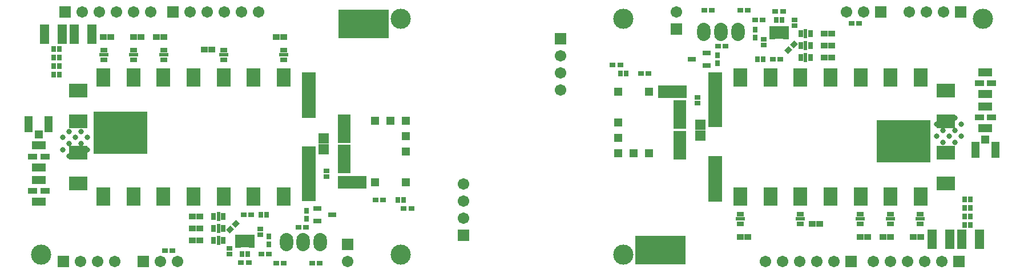
<source format=gbs>
G04*
G04 #@! TF.GenerationSoftware,Altium Limited,Altium Designer,22.3.1 (43)*
G04*
G04 Layer_Color=16711935*
%FSLAX25Y25*%
%MOIN*%
G70*
G04*
G04 #@! TF.SameCoordinates,9666C8D3-C488-416E-8FBA-698088E7738B*
G04*
G04*
G04 #@! TF.FilePolarity,Negative*
G04*
G01*
G75*
%ADD63R,0.31456X0.24621*%
%ADD78R,0.29500X0.16500*%
%ADD80R,0.03950X0.03556*%
%ADD81R,0.03753X0.03162*%
%ADD83R,0.03162X0.03320*%
%ADD85R,0.03320X0.03162*%
%ADD93R,0.03162X0.03753*%
%ADD97R,0.04776X0.04776*%
%ADD98R,0.07769X0.16824*%
%ADD99R,0.16824X0.07769*%
%ADD104C,0.11811*%
%ADD110R,0.06312X0.05918*%
%ADD111R,0.05761X0.11509*%
%ADD113R,0.03950X0.02965*%
%ADD114R,0.05524X0.01981*%
%ADD115R,0.03950X0.03556*%
%ADD117O,0.07690X0.10642*%
%ADD118C,0.06706*%
%ADD119R,0.06706X0.06706*%
%ADD120C,0.03162*%
%ADD121R,0.06706X0.06706*%
G04:AMPARAMS|DCode=122|XSize=31.62mil|YSize=37.53mil|CornerRadius=0mil|HoleSize=0mil|Usage=FLASHONLY|Rotation=135.000|XOffset=0mil|YOffset=0mil|HoleType=Round|Shape=Rectangle|*
%AMROTATEDRECTD122*
4,1,4,0.02445,0.00209,-0.00209,-0.02445,-0.02445,-0.00209,0.00209,0.02445,0.02445,0.00209,0.0*
%
%ADD122ROTATEDRECTD122*%

%ADD123R,0.07887X0.32296*%
%ADD124R,0.07887X0.26784*%
%ADD125R,0.08202X0.10524*%
%ADD126R,0.10524X0.08202*%
%ADD127R,0.04737X0.04934*%
%ADD128R,0.04934X0.09461*%
%ADD129R,0.05702X0.03202*%
%ADD130R,0.07887X0.04895*%
%ADD131R,0.02965X0.03950*%
%ADD132R,0.01981X0.05524*%
%ADD133R,0.04934X0.03162*%
%ADD134R,0.04737X0.07493*%
%ADD135R,0.03556X0.01981*%
%ADD136R,0.06312X0.05918*%
D63*
X716528Y276305D02*
D03*
X259472Y281195D02*
D03*
D78*
X574738Y212508D02*
D03*
X401262Y344992D02*
D03*
D80*
X722323Y220258D02*
D03*
X726654D02*
D03*
X625654D02*
D03*
X621323D02*
D03*
X667819Y227758D02*
D03*
X663488D02*
D03*
X704823Y220258D02*
D03*
X709154D02*
D03*
X695654D02*
D03*
X691323D02*
D03*
X674654Y339258D02*
D03*
X670323D02*
D03*
X674654Y325258D02*
D03*
X670323D02*
D03*
X674654Y332258D02*
D03*
X670323D02*
D03*
X253677Y337242D02*
D03*
X249346D02*
D03*
X271177D02*
D03*
X266846D02*
D03*
D81*
X644752Y324258D02*
D03*
X640225D02*
D03*
X612752Y331758D02*
D03*
X608224D02*
D03*
X641724Y352258D02*
D03*
X646252D02*
D03*
X604752Y352758D02*
D03*
X600224D02*
D03*
X621224D02*
D03*
X625752D02*
D03*
X629961Y347258D02*
D03*
X634488D02*
D03*
X563225Y315758D02*
D03*
X567752D02*
D03*
X546725Y320758D02*
D03*
X551252D02*
D03*
X690752Y345258D02*
D03*
X686225D02*
D03*
X331248Y233242D02*
D03*
X335775D02*
D03*
X363248Y225742D02*
D03*
X367776D02*
D03*
X334276Y205242D02*
D03*
X329748D02*
D03*
X371248Y204742D02*
D03*
X375776D02*
D03*
X354776D02*
D03*
X350248D02*
D03*
X346039Y210242D02*
D03*
X341512D02*
D03*
X412776Y241742D02*
D03*
X408248D02*
D03*
X429276Y236742D02*
D03*
X424748D02*
D03*
X285248Y212242D02*
D03*
X289775D02*
D03*
D83*
X631256Y324258D02*
D03*
X634721D02*
D03*
X752256Y242258D02*
D03*
X755721D02*
D03*
X752306Y227304D02*
D03*
X755771D02*
D03*
X752306Y232304D02*
D03*
X755771D02*
D03*
X752256Y237258D02*
D03*
X755721D02*
D03*
X554721Y315758D02*
D03*
X551256D02*
D03*
X645721Y347258D02*
D03*
X642256D02*
D03*
X344744Y233242D02*
D03*
X341279D02*
D03*
X223744Y315242D02*
D03*
X220279D02*
D03*
X223694Y330196D02*
D03*
X220229D02*
D03*
X223694Y325196D02*
D03*
X220229D02*
D03*
X223744Y320242D02*
D03*
X220279D02*
D03*
X421279Y241742D02*
D03*
X424744D02*
D03*
X330279Y210242D02*
D03*
X333744D02*
D03*
D85*
X596488Y298526D02*
D03*
Y301991D02*
D03*
X634988Y335991D02*
D03*
Y332526D02*
D03*
X652988Y343794D02*
D03*
Y347258D02*
D03*
X379512Y258974D02*
D03*
Y255509D02*
D03*
X341012Y221509D02*
D03*
Y224974D02*
D03*
X323012Y213706D02*
D03*
Y210242D02*
D03*
D93*
X607988Y321995D02*
D03*
Y326522D02*
D03*
X629988Y341522D02*
D03*
Y336995D02*
D03*
X368012Y235505D02*
D03*
Y230978D02*
D03*
X346012Y215978D02*
D03*
Y220505D02*
D03*
D97*
X558980Y269239D02*
D03*
X549965D02*
D03*
Y278254D02*
D03*
Y287270D02*
D03*
Y305262D02*
D03*
X567996D02*
D03*
Y269239D02*
D03*
X417020Y288261D02*
D03*
X426035D02*
D03*
Y279246D02*
D03*
Y270230D02*
D03*
Y252238D02*
D03*
X408004D02*
D03*
Y288261D02*
D03*
D98*
X585988Y291758D02*
D03*
Y273766D02*
D03*
X390012Y265742D02*
D03*
Y283734D02*
D03*
D99*
X581500Y305262D02*
D03*
X394500Y252238D02*
D03*
D104*
X552988Y347758D02*
D03*
Y209758D02*
D03*
X762988Y347758D02*
D03*
X423012Y209742D02*
D03*
Y347742D02*
D03*
X213012Y209742D02*
D03*
D110*
X597988Y279609D02*
D03*
Y285908D02*
D03*
D111*
X750645Y218748D02*
D03*
X761118D02*
D03*
X743724Y218758D02*
D03*
X733252D02*
D03*
X225355Y338752D02*
D03*
X214882D02*
D03*
X232276Y338742D02*
D03*
X242748D02*
D03*
D113*
X621488Y227904D02*
D03*
Y233613D02*
D03*
X656488Y227904D02*
D03*
Y233613D02*
D03*
X726488Y227904D02*
D03*
Y233613D02*
D03*
X708988Y227904D02*
D03*
Y233613D02*
D03*
X691488Y227904D02*
D03*
Y233613D02*
D03*
X354512Y329596D02*
D03*
Y323887D02*
D03*
X319512Y329596D02*
D03*
Y323887D02*
D03*
X249512Y329596D02*
D03*
Y323887D02*
D03*
X267012Y329596D02*
D03*
Y323887D02*
D03*
X284512Y329596D02*
D03*
Y323887D02*
D03*
D114*
X621488Y230758D02*
D03*
X656488D02*
D03*
X726488D02*
D03*
X708988D02*
D03*
X691488D02*
D03*
X354512Y326742D02*
D03*
X319512D02*
D03*
X249512D02*
D03*
X267012D02*
D03*
X284512D02*
D03*
D115*
X350346Y337242D02*
D03*
X354677D02*
D03*
X308181Y329742D02*
D03*
X312512D02*
D03*
X280346Y337242D02*
D03*
X284677D02*
D03*
X301346Y218242D02*
D03*
X305677D02*
D03*
X301346Y232242D02*
D03*
X305677D02*
D03*
X301346Y225242D02*
D03*
X305677D02*
D03*
D117*
X619831Y340258D02*
D03*
X600146D02*
D03*
X609988D02*
D03*
X356169Y217242D02*
D03*
X375854D02*
D03*
X366012D02*
D03*
D118*
X698988Y205758D02*
D03*
X708988D02*
D03*
X718988D02*
D03*
X728988D02*
D03*
X738988D02*
D03*
X635988D02*
D03*
X645988D02*
D03*
X655988D02*
D03*
X665988D02*
D03*
X675988D02*
D03*
X739988Y351758D02*
D03*
X729988D02*
D03*
X719988D02*
D03*
X683488D02*
D03*
X693488D02*
D03*
X516488Y306258D02*
D03*
Y316258D02*
D03*
Y326258D02*
D03*
X583988Y351758D02*
D03*
X277012Y351742D02*
D03*
X267012D02*
D03*
X257012D02*
D03*
X247012D02*
D03*
X237012D02*
D03*
X340012D02*
D03*
X330012D02*
D03*
X320012D02*
D03*
X310012D02*
D03*
X300012D02*
D03*
X236012Y205742D02*
D03*
X246012D02*
D03*
X256012D02*
D03*
X292512D02*
D03*
X282512D02*
D03*
X459512Y251242D02*
D03*
Y241242D02*
D03*
Y231242D02*
D03*
X392012Y205742D02*
D03*
D119*
X748988Y205758D02*
D03*
X685988D02*
D03*
X749988Y351758D02*
D03*
X703488D02*
D03*
X227012Y351742D02*
D03*
X290012D02*
D03*
X226012Y205742D02*
D03*
X272512D02*
D03*
D120*
X750394Y286308D02*
D03*
Y279083D02*
D03*
X746782Y289920D02*
D03*
Y282695D02*
D03*
Y275471D02*
D03*
X743169Y286308D02*
D03*
Y279083D02*
D03*
X739557Y289920D02*
D03*
Y282695D02*
D03*
Y275471D02*
D03*
X735945Y286308D02*
D03*
Y279083D02*
D03*
X225606Y271193D02*
D03*
Y278417D02*
D03*
X229218Y267580D02*
D03*
Y274805D02*
D03*
Y282029D02*
D03*
X232831Y271193D02*
D03*
Y278417D02*
D03*
X236443Y267580D02*
D03*
Y274805D02*
D03*
Y282029D02*
D03*
X240055Y271193D02*
D03*
Y278417D02*
D03*
D121*
X516488Y336258D02*
D03*
X583988Y341758D02*
D03*
X459512Y221242D02*
D03*
X392012Y215742D02*
D03*
D122*
X652589Y332859D02*
D03*
X649388Y329658D02*
D03*
X323411Y224641D02*
D03*
X326612Y227842D02*
D03*
D123*
X606567Y300412D02*
D03*
X369433Y257088D02*
D03*
D124*
X606567Y254349D02*
D03*
X369433Y303151D02*
D03*
D125*
X621429Y313502D02*
D03*
X638949D02*
D03*
X656469D02*
D03*
X673988D02*
D03*
X691508D02*
D03*
X709028D02*
D03*
X726547D02*
D03*
Y244014D02*
D03*
X709028D02*
D03*
X691508D02*
D03*
X673988D02*
D03*
X656469D02*
D03*
X638949D02*
D03*
X621429D02*
D03*
X354571Y243998D02*
D03*
X337051D02*
D03*
X319531D02*
D03*
X302012D02*
D03*
X284492D02*
D03*
X266972D02*
D03*
X249453D02*
D03*
Y313486D02*
D03*
X266972D02*
D03*
X284492D02*
D03*
X302012D02*
D03*
X319531D02*
D03*
X337051D02*
D03*
X354571D02*
D03*
D126*
X741409Y305924D02*
D03*
Y287813D02*
D03*
Y269703D02*
D03*
Y251593D02*
D03*
X234591Y251576D02*
D03*
Y269687D02*
D03*
Y287797D02*
D03*
Y305907D02*
D03*
D127*
X764488Y277258D02*
D03*
X211512Y280242D02*
D03*
D128*
X758681Y271254D02*
D03*
X770295D02*
D03*
X217319Y286246D02*
D03*
X205705D02*
D03*
D129*
X760835Y290156D02*
D03*
X768138D02*
D03*
X760835Y310258D02*
D03*
X768138D02*
D03*
X215165Y267344D02*
D03*
X207862D02*
D03*
X215165Y247242D02*
D03*
X207862D02*
D03*
D130*
X764488Y283758D02*
D03*
Y296554D02*
D03*
Y303861D02*
D03*
Y316656D02*
D03*
X211512Y273742D02*
D03*
Y260946D02*
D03*
Y253639D02*
D03*
Y240844D02*
D03*
D131*
X662343Y339258D02*
D03*
X656634D02*
D03*
X662343Y325258D02*
D03*
X656634D02*
D03*
X662343Y332258D02*
D03*
X656634D02*
D03*
X313657Y218242D02*
D03*
X319366D02*
D03*
X313657Y232242D02*
D03*
X319366D02*
D03*
X313657Y225242D02*
D03*
X319366D02*
D03*
D132*
X659488Y339258D02*
D03*
Y325258D02*
D03*
Y332258D02*
D03*
X316512Y218242D02*
D03*
Y232242D02*
D03*
Y225242D02*
D03*
D133*
X593158Y324258D02*
D03*
X601819Y320518D02*
D03*
Y327998D02*
D03*
X382842Y233242D02*
D03*
X374181Y236982D02*
D03*
Y229502D02*
D03*
D134*
X643988Y339758D02*
D03*
X332012Y217742D02*
D03*
D135*
X648122Y336806D02*
D03*
Y338774D02*
D03*
Y340743D02*
D03*
Y342711D02*
D03*
X639854D02*
D03*
Y340743D02*
D03*
Y338774D02*
D03*
Y336806D02*
D03*
X327878Y220694D02*
D03*
Y218726D02*
D03*
Y216757D02*
D03*
Y214789D02*
D03*
X336146D02*
D03*
Y216757D02*
D03*
Y218726D02*
D03*
Y220694D02*
D03*
D136*
X378012Y277891D02*
D03*
Y271592D02*
D03*
M02*

</source>
